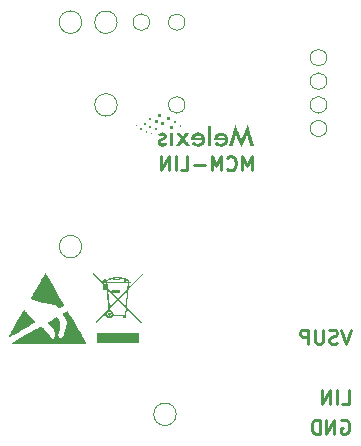
<source format=gbr>
%TF.GenerationSoftware,KiCad,Pcbnew,9.0.4-9.0.4-0~ubuntu24.04.1*%
%TF.CreationDate,2025-09-25T14:53:34+02:00*%
%TF.ProjectId,MCM-LIN,4d434d2d-4c49-44e2-9e6b-696361645f70,rev?*%
%TF.SameCoordinates,Original*%
%TF.FileFunction,Legend,Bot*%
%TF.FilePolarity,Positive*%
%FSLAX46Y46*%
G04 Gerber Fmt 4.6, Leading zero omitted, Abs format (unit mm)*
G04 Created by KiCad (PCBNEW 9.0.4-9.0.4-0~ubuntu24.04.1) date 2025-09-25 14:53:34*
%MOMM*%
%LPD*%
G01*
G04 APERTURE LIST*
%ADD10C,0.250000*%
%ADD11C,0.000000*%
%ADD12C,0.010000*%
%ADD13C,0.120000*%
G04 APERTURE END LIST*
D10*
X89721241Y-75837142D02*
X89321241Y-77037142D01*
X89321241Y-77037142D02*
X88921241Y-75837142D01*
X88578384Y-76980000D02*
X88406956Y-77037142D01*
X88406956Y-77037142D02*
X88121241Y-77037142D01*
X88121241Y-77037142D02*
X88006956Y-76980000D01*
X88006956Y-76980000D02*
X87949813Y-76922857D01*
X87949813Y-76922857D02*
X87892670Y-76808571D01*
X87892670Y-76808571D02*
X87892670Y-76694285D01*
X87892670Y-76694285D02*
X87949813Y-76580000D01*
X87949813Y-76580000D02*
X88006956Y-76522857D01*
X88006956Y-76522857D02*
X88121241Y-76465714D01*
X88121241Y-76465714D02*
X88349813Y-76408571D01*
X88349813Y-76408571D02*
X88464098Y-76351428D01*
X88464098Y-76351428D02*
X88521241Y-76294285D01*
X88521241Y-76294285D02*
X88578384Y-76180000D01*
X88578384Y-76180000D02*
X88578384Y-76065714D01*
X88578384Y-76065714D02*
X88521241Y-75951428D01*
X88521241Y-75951428D02*
X88464098Y-75894285D01*
X88464098Y-75894285D02*
X88349813Y-75837142D01*
X88349813Y-75837142D02*
X88064098Y-75837142D01*
X88064098Y-75837142D02*
X87892670Y-75894285D01*
X87378384Y-75837142D02*
X87378384Y-76808571D01*
X87378384Y-76808571D02*
X87321241Y-76922857D01*
X87321241Y-76922857D02*
X87264099Y-76980000D01*
X87264099Y-76980000D02*
X87149813Y-77037142D01*
X87149813Y-77037142D02*
X86921241Y-77037142D01*
X86921241Y-77037142D02*
X86806956Y-76980000D01*
X86806956Y-76980000D02*
X86749813Y-76922857D01*
X86749813Y-76922857D02*
X86692670Y-76808571D01*
X86692670Y-76808571D02*
X86692670Y-75837142D01*
X86121241Y-77037142D02*
X86121241Y-75837142D01*
X86121241Y-75837142D02*
X85664098Y-75837142D01*
X85664098Y-75837142D02*
X85549813Y-75894285D01*
X85549813Y-75894285D02*
X85492670Y-75951428D01*
X85492670Y-75951428D02*
X85435527Y-76065714D01*
X85435527Y-76065714D02*
X85435527Y-76237142D01*
X85435527Y-76237142D02*
X85492670Y-76351428D01*
X85492670Y-76351428D02*
X85549813Y-76408571D01*
X85549813Y-76408571D02*
X85664098Y-76465714D01*
X85664098Y-76465714D02*
X86121241Y-76465714D01*
X88978384Y-82117142D02*
X89549812Y-82117142D01*
X89549812Y-82117142D02*
X89549812Y-80917142D01*
X88578383Y-82117142D02*
X88578383Y-80917142D01*
X88006954Y-82117142D02*
X88006954Y-80917142D01*
X88006954Y-80917142D02*
X87321240Y-82117142D01*
X87321240Y-82117142D02*
X87321240Y-80917142D01*
X81328571Y-62342142D02*
X81328571Y-61142142D01*
X81328571Y-61142142D02*
X80928571Y-61999285D01*
X80928571Y-61999285D02*
X80528571Y-61142142D01*
X80528571Y-61142142D02*
X80528571Y-62342142D01*
X79271428Y-62227857D02*
X79328571Y-62285000D01*
X79328571Y-62285000D02*
X79499999Y-62342142D01*
X79499999Y-62342142D02*
X79614285Y-62342142D01*
X79614285Y-62342142D02*
X79785714Y-62285000D01*
X79785714Y-62285000D02*
X79899999Y-62170714D01*
X79899999Y-62170714D02*
X79957142Y-62056428D01*
X79957142Y-62056428D02*
X80014285Y-61827857D01*
X80014285Y-61827857D02*
X80014285Y-61656428D01*
X80014285Y-61656428D02*
X79957142Y-61427857D01*
X79957142Y-61427857D02*
X79899999Y-61313571D01*
X79899999Y-61313571D02*
X79785714Y-61199285D01*
X79785714Y-61199285D02*
X79614285Y-61142142D01*
X79614285Y-61142142D02*
X79499999Y-61142142D01*
X79499999Y-61142142D02*
X79328571Y-61199285D01*
X79328571Y-61199285D02*
X79271428Y-61256428D01*
X78757142Y-62342142D02*
X78757142Y-61142142D01*
X78757142Y-61142142D02*
X78357142Y-61999285D01*
X78357142Y-61999285D02*
X77957142Y-61142142D01*
X77957142Y-61142142D02*
X77957142Y-62342142D01*
X77385713Y-61885000D02*
X76471428Y-61885000D01*
X75328571Y-62342142D02*
X75899999Y-62342142D01*
X75899999Y-62342142D02*
X75899999Y-61142142D01*
X74928570Y-62342142D02*
X74928570Y-61142142D01*
X74357141Y-62342142D02*
X74357141Y-61142142D01*
X74357141Y-61142142D02*
X73671427Y-62342142D01*
X73671427Y-62342142D02*
X73671427Y-61142142D01*
X88921241Y-83514285D02*
X89035527Y-83457142D01*
X89035527Y-83457142D02*
X89206955Y-83457142D01*
X89206955Y-83457142D02*
X89378384Y-83514285D01*
X89378384Y-83514285D02*
X89492669Y-83628571D01*
X89492669Y-83628571D02*
X89549812Y-83742857D01*
X89549812Y-83742857D02*
X89606955Y-83971428D01*
X89606955Y-83971428D02*
X89606955Y-84142857D01*
X89606955Y-84142857D02*
X89549812Y-84371428D01*
X89549812Y-84371428D02*
X89492669Y-84485714D01*
X89492669Y-84485714D02*
X89378384Y-84600000D01*
X89378384Y-84600000D02*
X89206955Y-84657142D01*
X89206955Y-84657142D02*
X89092669Y-84657142D01*
X89092669Y-84657142D02*
X88921241Y-84600000D01*
X88921241Y-84600000D02*
X88864098Y-84542857D01*
X88864098Y-84542857D02*
X88864098Y-84142857D01*
X88864098Y-84142857D02*
X89092669Y-84142857D01*
X88349812Y-84657142D02*
X88349812Y-83457142D01*
X88349812Y-83457142D02*
X87664098Y-84657142D01*
X87664098Y-84657142D02*
X87664098Y-83457142D01*
X87092669Y-84657142D02*
X87092669Y-83457142D01*
X87092669Y-83457142D02*
X86806955Y-83457142D01*
X86806955Y-83457142D02*
X86635526Y-83514285D01*
X86635526Y-83514285D02*
X86521241Y-83628571D01*
X86521241Y-83628571D02*
X86464098Y-83742857D01*
X86464098Y-83742857D02*
X86406955Y-83971428D01*
X86406955Y-83971428D02*
X86406955Y-84142857D01*
X86406955Y-84142857D02*
X86464098Y-84371428D01*
X86464098Y-84371428D02*
X86521241Y-84485714D01*
X86521241Y-84485714D02*
X86635526Y-84600000D01*
X86635526Y-84600000D02*
X86806955Y-84657142D01*
X86806955Y-84657142D02*
X87092669Y-84657142D01*
D11*
%TO.C,REF\u002A\u002A*%
G36*
X71766223Y-76992414D02*
G01*
X68270661Y-76992414D01*
X68270661Y-76141218D01*
X71766223Y-76141218D01*
X71766223Y-76992414D01*
G37*
G36*
X69302185Y-74410495D02*
G01*
X69308145Y-74410949D01*
X69314019Y-74411695D01*
X69319799Y-74412727D01*
X69325477Y-74414038D01*
X69331047Y-74415620D01*
X69336500Y-74417465D01*
X69341830Y-74419567D01*
X69347030Y-74421917D01*
X69352090Y-74424510D01*
X69357006Y-74427336D01*
X69361768Y-74430389D01*
X69366370Y-74433661D01*
X69370804Y-74437146D01*
X69375063Y-74440835D01*
X69379139Y-74444722D01*
X69383025Y-74448798D01*
X69386715Y-74453057D01*
X69390199Y-74457491D01*
X69393472Y-74462093D01*
X69396525Y-74466855D01*
X69399351Y-74471770D01*
X69401943Y-74476831D01*
X69404294Y-74482030D01*
X69406395Y-74487360D01*
X69408241Y-74492814D01*
X69409822Y-74498383D01*
X69411133Y-74504062D01*
X69412165Y-74509841D01*
X69412912Y-74515715D01*
X69413365Y-74521676D01*
X69413518Y-74527715D01*
X69413365Y-74533755D01*
X69412912Y-74539715D01*
X69412165Y-74545589D01*
X69411133Y-74551368D01*
X69409822Y-74557046D01*
X69408241Y-74562616D01*
X69406395Y-74568069D01*
X69404294Y-74573399D01*
X69401943Y-74578597D01*
X69399351Y-74583658D01*
X69396525Y-74588572D01*
X69393472Y-74593334D01*
X69390199Y-74597936D01*
X69386715Y-74602369D01*
X69383025Y-74606628D01*
X69379139Y-74610703D01*
X69375063Y-74614589D01*
X69370804Y-74618278D01*
X69366370Y-74621762D01*
X69361768Y-74625034D01*
X69357006Y-74628087D01*
X69352090Y-74630913D01*
X69347030Y-74633504D01*
X69341830Y-74635855D01*
X69336500Y-74637956D01*
X69331047Y-74639801D01*
X69325477Y-74641383D01*
X69319799Y-74642693D01*
X69314019Y-74643725D01*
X69308145Y-74644471D01*
X69302185Y-74644925D01*
X69296145Y-74645077D01*
X69290106Y-74644925D01*
X69284145Y-74644471D01*
X69278271Y-74643725D01*
X69272492Y-74642693D01*
X69266813Y-74641383D01*
X69261244Y-74639801D01*
X69255790Y-74637956D01*
X69250460Y-74635855D01*
X69245261Y-74633504D01*
X69240200Y-74630913D01*
X69235285Y-74628087D01*
X69230523Y-74625034D01*
X69225921Y-74621762D01*
X69221487Y-74618278D01*
X69217228Y-74614589D01*
X69213152Y-74610703D01*
X69209265Y-74606628D01*
X69205576Y-74602369D01*
X69202092Y-74597936D01*
X69198819Y-74593334D01*
X69195766Y-74588573D01*
X69192940Y-74583658D01*
X69190348Y-74578597D01*
X69187997Y-74573399D01*
X69185895Y-74568069D01*
X69184050Y-74562616D01*
X69182468Y-74557046D01*
X69181158Y-74551368D01*
X69180125Y-74545589D01*
X69179379Y-74539715D01*
X69178926Y-74533755D01*
X69178773Y-74527715D01*
X69178926Y-74521675D01*
X69179379Y-74515715D01*
X69180125Y-74509841D01*
X69181158Y-74504061D01*
X69182468Y-74498383D01*
X69184050Y-74492813D01*
X69185895Y-74487360D01*
X69187997Y-74482030D01*
X69190348Y-74476831D01*
X69192940Y-74471770D01*
X69195766Y-74466855D01*
X69198819Y-74462093D01*
X69202092Y-74457491D01*
X69205576Y-74453057D01*
X69209265Y-74448798D01*
X69213152Y-74444721D01*
X69217228Y-74440835D01*
X69221487Y-74437146D01*
X69225921Y-74433661D01*
X69230523Y-74430389D01*
X69235285Y-74427336D01*
X69240200Y-74424509D01*
X69245261Y-74421917D01*
X69250460Y-74419567D01*
X69255790Y-74417465D01*
X69261244Y-74415620D01*
X69266813Y-74414038D01*
X69272492Y-74412727D01*
X69278271Y-74411695D01*
X69284145Y-74410949D01*
X69290106Y-74410495D01*
X69296145Y-74410343D01*
X69302185Y-74410495D01*
G37*
G36*
X70848726Y-71582436D02*
G01*
X70865245Y-71595137D01*
X70881009Y-71608392D01*
X70895984Y-71622214D01*
X70910136Y-71636612D01*
X70923431Y-71651599D01*
X70935835Y-71667187D01*
X70947313Y-71683386D01*
X70957832Y-71700207D01*
X70967357Y-71717663D01*
X70975855Y-71735763D01*
X70977249Y-71739038D01*
X70978559Y-71742222D01*
X70979789Y-71745315D01*
X70980940Y-71748314D01*
X70982014Y-71751215D01*
X70983015Y-71754017D01*
X70983944Y-71756716D01*
X70984800Y-71759300D01*
X70984803Y-71759310D01*
X71112682Y-71759310D01*
X71112682Y-71879960D01*
X70967339Y-71879960D01*
X70966909Y-71884957D01*
X70936503Y-72238432D01*
X72106838Y-71005871D01*
X72106838Y-71143362D01*
X70923302Y-72391838D01*
X70911217Y-72532325D01*
X70789189Y-73950928D01*
X70804652Y-73966662D01*
X72033272Y-75216928D01*
X71962470Y-75286503D01*
X70778079Y-74080073D01*
X70730342Y-74634933D01*
X70730066Y-74637377D01*
X70729659Y-74639809D01*
X70729126Y-74642228D01*
X70728472Y-74644628D01*
X70727699Y-74647007D01*
X70726812Y-74649360D01*
X70725816Y-74651684D01*
X70724713Y-74653975D01*
X70723508Y-74656230D01*
X70722205Y-74658445D01*
X70719320Y-74662739D01*
X70716091Y-74666830D01*
X70712550Y-74670687D01*
X70708728Y-74674280D01*
X70704658Y-74677582D01*
X70700371Y-74680563D01*
X70695899Y-74683192D01*
X70693604Y-74684366D01*
X70691274Y-74685442D01*
X70688915Y-74686415D01*
X70686529Y-74687282D01*
X70684121Y-74688039D01*
X70681695Y-74688684D01*
X70679254Y-74689211D01*
X70676804Y-74689617D01*
X70676804Y-74871608D01*
X70453229Y-74871608D01*
X70453229Y-74690080D01*
X69603451Y-74690080D01*
X69591857Y-74710305D01*
X69578976Y-74729649D01*
X69564864Y-74748054D01*
X69549581Y-74765460D01*
X69533186Y-74781810D01*
X69515736Y-74797045D01*
X69497291Y-74811106D01*
X69477909Y-74823936D01*
X69457648Y-74835475D01*
X69436567Y-74845666D01*
X69414724Y-74854449D01*
X69392179Y-74861766D01*
X69368988Y-74867559D01*
X69345212Y-74871769D01*
X69320908Y-74874338D01*
X69296136Y-74875207D01*
X69278254Y-74874755D01*
X69260607Y-74873413D01*
X69243216Y-74871204D01*
X69226104Y-74868148D01*
X69209292Y-74864268D01*
X69192802Y-74859586D01*
X69176656Y-74854123D01*
X69160876Y-74847901D01*
X69145484Y-74840942D01*
X69130500Y-74833269D01*
X69115948Y-74824902D01*
X69101850Y-74815864D01*
X69088226Y-74806176D01*
X69075098Y-74795860D01*
X69062490Y-74784938D01*
X69050422Y-74773433D01*
X69038916Y-74761365D01*
X69027994Y-74748756D01*
X69017678Y-74735629D01*
X69007990Y-74722005D01*
X68998951Y-74707907D01*
X68990584Y-74693355D01*
X68982910Y-74678371D01*
X68975951Y-74662979D01*
X68969729Y-74647198D01*
X68964266Y-74631052D01*
X68959583Y-74614562D01*
X68955703Y-74597750D01*
X68952647Y-74580637D01*
X68950437Y-74563246D01*
X68949095Y-74545598D01*
X68948643Y-74527715D01*
X69115422Y-74527715D01*
X69115657Y-74537015D01*
X69116355Y-74546193D01*
X69117504Y-74555237D01*
X69119094Y-74564136D01*
X69121112Y-74572880D01*
X69123547Y-74581456D01*
X69126389Y-74589853D01*
X69129625Y-74598060D01*
X69133244Y-74606065D01*
X69137235Y-74613857D01*
X69141587Y-74621425D01*
X69146288Y-74628758D01*
X69151326Y-74635844D01*
X69156691Y-74642671D01*
X69162372Y-74649228D01*
X69168356Y-74655505D01*
X69174632Y-74661489D01*
X69181190Y-74667169D01*
X69188017Y-74672534D01*
X69195103Y-74677573D01*
X69202435Y-74682274D01*
X69210003Y-74686626D01*
X69217796Y-74690617D01*
X69225801Y-74694236D01*
X69234008Y-74697472D01*
X69242405Y-74700313D01*
X69250981Y-74702749D01*
X69259724Y-74704767D01*
X69268624Y-74706356D01*
X69277668Y-74707506D01*
X69286846Y-74708204D01*
X69296146Y-74708439D01*
X69305446Y-74708204D01*
X69314625Y-74707506D01*
X69323670Y-74706356D01*
X69332570Y-74704767D01*
X69341314Y-74702749D01*
X69349890Y-74700313D01*
X69358287Y-74697472D01*
X69366494Y-74694236D01*
X69374500Y-74690617D01*
X69382292Y-74686626D01*
X69389860Y-74682274D01*
X69397193Y-74677573D01*
X69404278Y-74672534D01*
X69411105Y-74667169D01*
X69417663Y-74661489D01*
X69423939Y-74655505D01*
X69429923Y-74649228D01*
X69435603Y-74642671D01*
X69440968Y-74635844D01*
X69446006Y-74628758D01*
X69450707Y-74621425D01*
X69455058Y-74613857D01*
X69459049Y-74606065D01*
X69462668Y-74598060D01*
X69465904Y-74589853D01*
X69468745Y-74581456D01*
X69471180Y-74572880D01*
X69473198Y-74564136D01*
X69474787Y-74555237D01*
X69475936Y-74546193D01*
X69476634Y-74537015D01*
X69476869Y-74527715D01*
X69476634Y-74518415D01*
X69475936Y-74509236D01*
X69474787Y-74500191D01*
X69473198Y-74491291D01*
X69471180Y-74482547D01*
X69468745Y-74473971D01*
X69465904Y-74465574D01*
X69462668Y-74457366D01*
X69459049Y-74449361D01*
X69455058Y-74441568D01*
X69450707Y-74434000D01*
X69446006Y-74426668D01*
X69440968Y-74419582D01*
X69435603Y-74412755D01*
X69429923Y-74406198D01*
X69423939Y-74399922D01*
X69417663Y-74393938D01*
X69411105Y-74388258D01*
X69404278Y-74382893D01*
X69397193Y-74377854D01*
X69389860Y-74373154D01*
X69382292Y-74368802D01*
X69374500Y-74364812D01*
X69366494Y-74361193D01*
X69358287Y-74357957D01*
X69349890Y-74355116D01*
X69341313Y-74352681D01*
X69332570Y-74350663D01*
X69323669Y-74349074D01*
X69314625Y-74347924D01*
X69305446Y-74347226D01*
X69296146Y-74346991D01*
X69286846Y-74347226D01*
X69277668Y-74347924D01*
X69268624Y-74349074D01*
X69259724Y-74350663D01*
X69250981Y-74352681D01*
X69242405Y-74355116D01*
X69234008Y-74357957D01*
X69225801Y-74361193D01*
X69217796Y-74364812D01*
X69210003Y-74368802D01*
X69202435Y-74373154D01*
X69195103Y-74377854D01*
X69188017Y-74382893D01*
X69181190Y-74388258D01*
X69174632Y-74393938D01*
X69168356Y-74399922D01*
X69162372Y-74406198D01*
X69156691Y-74412755D01*
X69151326Y-74419582D01*
X69146288Y-74426668D01*
X69141587Y-74434000D01*
X69137235Y-74441568D01*
X69133244Y-74449361D01*
X69129625Y-74457366D01*
X69126389Y-74465574D01*
X69123547Y-74473971D01*
X69121112Y-74482547D01*
X69119094Y-74491291D01*
X69117504Y-74500191D01*
X69116355Y-74509236D01*
X69115657Y-74518415D01*
X69115422Y-74527715D01*
X68948643Y-74527715D01*
X68948720Y-74520329D01*
X68948950Y-74512981D01*
X68949331Y-74505672D01*
X68949862Y-74498405D01*
X68950541Y-74491180D01*
X68951366Y-74483998D01*
X68952336Y-74476862D01*
X68953449Y-74469773D01*
X68191132Y-75273925D01*
X68119125Y-75205587D01*
X69191882Y-74075790D01*
X69326941Y-74075790D01*
X69336895Y-74182576D01*
X69352971Y-74184835D01*
X69368804Y-74187818D01*
X69384374Y-74191509D01*
X69399666Y-74195890D01*
X69414661Y-74200943D01*
X69429342Y-74206651D01*
X69443691Y-74212996D01*
X69457692Y-74219961D01*
X69471326Y-74227529D01*
X69484576Y-74235682D01*
X69497426Y-74244402D01*
X69509856Y-74253673D01*
X69521850Y-74263476D01*
X69533391Y-74273794D01*
X69544461Y-74284610D01*
X69555042Y-74295906D01*
X69565117Y-74307665D01*
X69574668Y-74319870D01*
X69583679Y-74332502D01*
X69592131Y-74345545D01*
X69600007Y-74358980D01*
X69607290Y-74372792D01*
X69613962Y-74386961D01*
X69620006Y-74401471D01*
X69625405Y-74416304D01*
X69630140Y-74431442D01*
X69634194Y-74446869D01*
X69637551Y-74462567D01*
X69640192Y-74478517D01*
X69642100Y-74494704D01*
X69643258Y-74511109D01*
X69643648Y-74527715D01*
X69643608Y-74533000D01*
X69643490Y-74538265D01*
X69643294Y-74543512D01*
X69643022Y-74548740D01*
X69642673Y-74553946D01*
X69642248Y-74559133D01*
X69641748Y-74564297D01*
X69641174Y-74569440D01*
X70614900Y-74569440D01*
X70666750Y-73966662D01*
X70037761Y-73325971D01*
X69326941Y-74075790D01*
X69191882Y-74075790D01*
X69204522Y-74062478D01*
X69057791Y-72488117D01*
X69178984Y-72488117D01*
X69314876Y-73946273D01*
X69969694Y-73256637D01*
X69967947Y-73254857D01*
X70105174Y-73254857D01*
X70106923Y-73256637D01*
X70677839Y-73837617D01*
X70790124Y-72532325D01*
X70105174Y-73254857D01*
X69967947Y-73254857D01*
X69192387Y-72464852D01*
X69192387Y-72488117D01*
X69178984Y-72488117D01*
X69057791Y-72488117D01*
X68783001Y-72488117D01*
X68783001Y-72175935D01*
X68888589Y-72175935D01*
X68888589Y-72379632D01*
X69047697Y-72379632D01*
X69041293Y-72310962D01*
X68908728Y-72175935D01*
X68888589Y-72175935D01*
X68783001Y-72175935D01*
X68783001Y-72067430D01*
X68802215Y-72067430D01*
X67879192Y-71127235D01*
X67879192Y-70989674D01*
X68938298Y-72067440D01*
X69018590Y-72067440D01*
X69001575Y-71884957D01*
X69122782Y-71884957D01*
X69139783Y-72067451D01*
X69192387Y-72067451D01*
X69192387Y-72325993D01*
X69245098Y-72379632D01*
X69483897Y-72622632D01*
X69483897Y-72483130D01*
X70222888Y-72483130D01*
X70222888Y-72724430D01*
X69583926Y-72724430D01*
X70037138Y-73185615D01*
X70803346Y-72378667D01*
X70845814Y-71884957D01*
X69122782Y-71884957D01*
X69001575Y-71884957D01*
X69001247Y-71881438D01*
X68997628Y-71882911D01*
X68993966Y-71884298D01*
X68990261Y-71885598D01*
X68986516Y-71886809D01*
X68982732Y-71887930D01*
X68978909Y-71888961D01*
X68975050Y-71889899D01*
X68971155Y-71890743D01*
X68967225Y-71891493D01*
X68963262Y-71892147D01*
X68959268Y-71892704D01*
X68955242Y-71893162D01*
X68951188Y-71893521D01*
X68947105Y-71893778D01*
X68942996Y-71893934D01*
X68938861Y-71893986D01*
X68930582Y-71893777D01*
X68922412Y-71893155D01*
X68914361Y-71892132D01*
X68906439Y-71890717D01*
X68898656Y-71888921D01*
X68891022Y-71886753D01*
X68883548Y-71884224D01*
X68876242Y-71881343D01*
X68869116Y-71878122D01*
X68862180Y-71874569D01*
X68855443Y-71870695D01*
X68848917Y-71866511D01*
X68842610Y-71862026D01*
X68836533Y-71857250D01*
X68830696Y-71852194D01*
X68825109Y-71846867D01*
X68819783Y-71841280D01*
X68814727Y-71835443D01*
X68809951Y-71829366D01*
X68805466Y-71823059D01*
X68801282Y-71816532D01*
X68797409Y-71809795D01*
X68793856Y-71802859D01*
X68790635Y-71795733D01*
X68787755Y-71788428D01*
X68785226Y-71780954D01*
X68783058Y-71773320D01*
X68781262Y-71765538D01*
X68780150Y-71759310D01*
X69127517Y-71759310D01*
X70529510Y-71759310D01*
X70529510Y-71649519D01*
X70735681Y-71649519D01*
X70735681Y-71759300D01*
X70855808Y-71759300D01*
X70851207Y-71751129D01*
X70846171Y-71743141D01*
X70840711Y-71735336D01*
X70834837Y-71727711D01*
X70828559Y-71720265D01*
X70821886Y-71712994D01*
X70814829Y-71705897D01*
X70807399Y-71698973D01*
X70799604Y-71692218D01*
X70791454Y-71685631D01*
X70782961Y-71679210D01*
X70774133Y-71672953D01*
X70764981Y-71666857D01*
X70755515Y-71660921D01*
X70745745Y-71655142D01*
X70735681Y-71649519D01*
X70529510Y-71649519D01*
X70529510Y-71575802D01*
X70489436Y-71566870D01*
X70448644Y-71558900D01*
X70407385Y-71551842D01*
X70365905Y-71545644D01*
X70324455Y-71540258D01*
X70283281Y-71535631D01*
X70242633Y-71531714D01*
X70202760Y-71528457D01*
X70202760Y-71533102D01*
X70202760Y-71653752D01*
X69609574Y-71653752D01*
X69609574Y-71541146D01*
X69569652Y-71546710D01*
X69529936Y-71553107D01*
X69490668Y-71560387D01*
X69452084Y-71568604D01*
X69414417Y-71577809D01*
X69377902Y-71588055D01*
X69342771Y-71599394D01*
X69309259Y-71611880D01*
X69277600Y-71625564D01*
X69248027Y-71640498D01*
X69234097Y-71648451D01*
X69220776Y-71656736D01*
X69208094Y-71665360D01*
X69196079Y-71674330D01*
X69184762Y-71683652D01*
X69174171Y-71693332D01*
X69164335Y-71703377D01*
X69155285Y-71713794D01*
X69147049Y-71724589D01*
X69139656Y-71735769D01*
X69133136Y-71747341D01*
X69127517Y-71759310D01*
X68780150Y-71759310D01*
X68779847Y-71757616D01*
X68778824Y-71749566D01*
X68778203Y-71741397D01*
X68777994Y-71733119D01*
X68778203Y-71724841D01*
X68778824Y-71716671D01*
X68779847Y-71708620D01*
X68781262Y-71700698D01*
X68783058Y-71692915D01*
X68785226Y-71685281D01*
X68787755Y-71677806D01*
X68790635Y-71670501D01*
X68793856Y-71663375D01*
X68797409Y-71656439D01*
X68801282Y-71649702D01*
X68805466Y-71643175D01*
X68809951Y-71636868D01*
X68814727Y-71630791D01*
X68819783Y-71624954D01*
X68825109Y-71619368D01*
X68830696Y-71614041D01*
X68836533Y-71608985D01*
X68842610Y-71604210D01*
X68848917Y-71599725D01*
X68855443Y-71595541D01*
X68862180Y-71591667D01*
X68869116Y-71588115D01*
X68876242Y-71584894D01*
X68883548Y-71582013D01*
X68891022Y-71579484D01*
X68898656Y-71577317D01*
X68906439Y-71575521D01*
X68914361Y-71574106D01*
X68922412Y-71573083D01*
X68930582Y-71572462D01*
X68938861Y-71572253D01*
X68948425Y-71572532D01*
X68957843Y-71573361D01*
X68967097Y-71574723D01*
X68976172Y-71576602D01*
X68985054Y-71578984D01*
X68993725Y-71581852D01*
X69002170Y-71585190D01*
X69010375Y-71588984D01*
X69018322Y-71593217D01*
X69025997Y-71597874D01*
X69033383Y-71602938D01*
X69040465Y-71608395D01*
X69047228Y-71614229D01*
X69053656Y-71620424D01*
X69059733Y-71626964D01*
X69065443Y-71633834D01*
X69087393Y-71610411D01*
X69111740Y-71588561D01*
X69138315Y-71568232D01*
X69166949Y-71549371D01*
X69197473Y-71531926D01*
X69229717Y-71515842D01*
X69263512Y-71501068D01*
X69298690Y-71487550D01*
X69327552Y-71477784D01*
X69730244Y-71477784D01*
X69730244Y-71533102D01*
X70082130Y-71533102D01*
X70082130Y-71477784D01*
X69730244Y-71477784D01*
X69327552Y-71477784D01*
X69335082Y-71475236D01*
X69372517Y-71464072D01*
X69410827Y-71454006D01*
X69449843Y-71444986D01*
X69489396Y-71436957D01*
X69529317Y-71429867D01*
X69609574Y-71418295D01*
X69609574Y-71357144D01*
X70202760Y-71357144D01*
X70202760Y-71404921D01*
X70242765Y-71407796D01*
X70283336Y-71411345D01*
X70324310Y-71415622D01*
X70365524Y-71420682D01*
X70406815Y-71426580D01*
X70448018Y-71433370D01*
X70488971Y-71441106D01*
X70529510Y-71449843D01*
X70529510Y-71437507D01*
X70735671Y-71437507D01*
X70735671Y-71517246D01*
X70756003Y-71526857D01*
X70775784Y-71536954D01*
X70794981Y-71547549D01*
X70813560Y-71558654D01*
X70831486Y-71570279D01*
X70839317Y-71575802D01*
X70848726Y-71582436D01*
G37*
D12*
X62082836Y-74242363D02*
X62097023Y-74256032D01*
X62138392Y-74297719D01*
X62193107Y-74354472D01*
X62258510Y-74423397D01*
X62331943Y-74501599D01*
X62410746Y-74586182D01*
X62492260Y-74674253D01*
X62573827Y-74762916D01*
X62652788Y-74849276D01*
X62726483Y-74930439D01*
X62792254Y-75003510D01*
X62847441Y-75065594D01*
X62889386Y-75113795D01*
X62915431Y-75145220D01*
X62922915Y-75156974D01*
X62920346Y-75158272D01*
X62895785Y-75171978D01*
X62847204Y-75199613D01*
X62776652Y-75239998D01*
X62686173Y-75291955D01*
X62577815Y-75354305D01*
X62453624Y-75425871D01*
X62315645Y-75505475D01*
X62165926Y-75591938D01*
X62006513Y-75684083D01*
X61839451Y-75780732D01*
X61777008Y-75816867D01*
X61612883Y-75911806D01*
X61457358Y-76001714D01*
X61312454Y-76085424D01*
X61180195Y-76161771D01*
X61062604Y-76229589D01*
X60961702Y-76287711D01*
X60879513Y-76334971D01*
X60818059Y-76370203D01*
X60779364Y-76392242D01*
X60765449Y-76399920D01*
X60766075Y-76395831D01*
X60777493Y-76372330D01*
X60798493Y-76334786D01*
X60811376Y-76312564D01*
X60838772Y-76265173D01*
X60879087Y-76195377D01*
X60931009Y-76105444D01*
X60993231Y-75997642D01*
X61064443Y-75874240D01*
X61143335Y-75737506D01*
X61228598Y-75589709D01*
X61318924Y-75433117D01*
X61413002Y-75270000D01*
X61505121Y-75110323D01*
X61594680Y-74955187D01*
X61678893Y-74809412D01*
X61756497Y-74675183D01*
X61826225Y-74554685D01*
X61886814Y-74450102D01*
X61936998Y-74363619D01*
X61975512Y-74297421D01*
X62001092Y-74253693D01*
X62012472Y-74234619D01*
X62035820Y-74198201D01*
X62082836Y-74242363D01*
G36*
X62082836Y-74242363D02*
G01*
X62097023Y-74256032D01*
X62138392Y-74297719D01*
X62193107Y-74354472D01*
X62258510Y-74423397D01*
X62331943Y-74501599D01*
X62410746Y-74586182D01*
X62492260Y-74674253D01*
X62573827Y-74762916D01*
X62652788Y-74849276D01*
X62726483Y-74930439D01*
X62792254Y-75003510D01*
X62847441Y-75065594D01*
X62889386Y-75113795D01*
X62915431Y-75145220D01*
X62922915Y-75156974D01*
X62920346Y-75158272D01*
X62895785Y-75171978D01*
X62847204Y-75199613D01*
X62776652Y-75239998D01*
X62686173Y-75291955D01*
X62577815Y-75354305D01*
X62453624Y-75425871D01*
X62315645Y-75505475D01*
X62165926Y-75591938D01*
X62006513Y-75684083D01*
X61839451Y-75780732D01*
X61777008Y-75816867D01*
X61612883Y-75911806D01*
X61457358Y-76001714D01*
X61312454Y-76085424D01*
X61180195Y-76161771D01*
X61062604Y-76229589D01*
X60961702Y-76287711D01*
X60879513Y-76334971D01*
X60818059Y-76370203D01*
X60779364Y-76392242D01*
X60765449Y-76399920D01*
X60766075Y-76395831D01*
X60777493Y-76372330D01*
X60798493Y-76334786D01*
X60811376Y-76312564D01*
X60838772Y-76265173D01*
X60879087Y-76195377D01*
X60931009Y-76105444D01*
X60993231Y-75997642D01*
X61064443Y-75874240D01*
X61143335Y-75737506D01*
X61228598Y-75589709D01*
X61318924Y-75433117D01*
X61413002Y-75270000D01*
X61505121Y-75110323D01*
X61594680Y-74955187D01*
X61678893Y-74809412D01*
X61756497Y-74675183D01*
X61826225Y-74554685D01*
X61886814Y-74450102D01*
X61936998Y-74363619D01*
X61975512Y-74297421D01*
X62001092Y-74253693D01*
X62012472Y-74234619D01*
X62035820Y-74198201D01*
X62082836Y-74242363D01*
G37*
X63845560Y-71073175D02*
X63857093Y-71090511D01*
X63882500Y-71132162D01*
X63920507Y-71195911D01*
X63969837Y-71279545D01*
X64029213Y-71380849D01*
X64097359Y-71497609D01*
X64173000Y-71627608D01*
X64254859Y-71768633D01*
X64341660Y-71918468D01*
X64432126Y-72074900D01*
X64524982Y-72235713D01*
X64618951Y-72398693D01*
X64712757Y-72561624D01*
X64805124Y-72722292D01*
X64894776Y-72878482D01*
X64980436Y-73027980D01*
X65060828Y-73168571D01*
X65134677Y-73298040D01*
X65200705Y-73414172D01*
X65257637Y-73514752D01*
X65304197Y-73597567D01*
X65339108Y-73660400D01*
X65361094Y-73701037D01*
X65368879Y-73717264D01*
X65368887Y-73717388D01*
X65356333Y-73734416D01*
X65320258Y-73763279D01*
X65264417Y-73801247D01*
X65192561Y-73845587D01*
X65144373Y-73873952D01*
X65075032Y-73913396D01*
X65026734Y-73938254D01*
X64996242Y-73949924D01*
X64980320Y-73949806D01*
X64975732Y-73939297D01*
X64975382Y-73937583D01*
X64962268Y-73916682D01*
X64934000Y-73881139D01*
X64895786Y-73837583D01*
X64878155Y-73818875D01*
X64823482Y-73768512D01*
X64763022Y-73725465D01*
X64693182Y-73688473D01*
X64610370Y-73656273D01*
X64510992Y-73627602D01*
X64391455Y-73601198D01*
X64248166Y-73575800D01*
X64077531Y-73550145D01*
X63881134Y-73521227D01*
X63691274Y-73490173D01*
X63525260Y-73459044D01*
X63379382Y-73426942D01*
X63249927Y-73392969D01*
X63133183Y-73356226D01*
X63025440Y-73315817D01*
X62922985Y-73270843D01*
X62847688Y-73233754D01*
X62775765Y-73194725D01*
X62718886Y-73159882D01*
X62681499Y-73131965D01*
X62668049Y-73113714D01*
X62668446Y-73112370D01*
X62679280Y-73090862D01*
X62703845Y-73045822D01*
X62740685Y-72979772D01*
X62788347Y-72895233D01*
X62845376Y-72794727D01*
X62910318Y-72680776D01*
X62981719Y-72555901D01*
X63058124Y-72422624D01*
X63138079Y-72283467D01*
X63220130Y-72140951D01*
X63302822Y-71997598D01*
X63384701Y-71855930D01*
X63464313Y-71718468D01*
X63540204Y-71587734D01*
X63610919Y-71466250D01*
X63675004Y-71356538D01*
X63731004Y-71261118D01*
X63777466Y-71182514D01*
X63812935Y-71123245D01*
X63835957Y-71085835D01*
X63845077Y-71072805D01*
X63845560Y-71073175D01*
G36*
X63845560Y-71073175D02*
G01*
X63857093Y-71090511D01*
X63882500Y-71132162D01*
X63920507Y-71195911D01*
X63969837Y-71279545D01*
X64029213Y-71380849D01*
X64097359Y-71497609D01*
X64173000Y-71627608D01*
X64254859Y-71768633D01*
X64341660Y-71918468D01*
X64432126Y-72074900D01*
X64524982Y-72235713D01*
X64618951Y-72398693D01*
X64712757Y-72561624D01*
X64805124Y-72722292D01*
X64894776Y-72878482D01*
X64980436Y-73027980D01*
X65060828Y-73168571D01*
X65134677Y-73298040D01*
X65200705Y-73414172D01*
X65257637Y-73514752D01*
X65304197Y-73597567D01*
X65339108Y-73660400D01*
X65361094Y-73701037D01*
X65368879Y-73717264D01*
X65368887Y-73717388D01*
X65356333Y-73734416D01*
X65320258Y-73763279D01*
X65264417Y-73801247D01*
X65192561Y-73845587D01*
X65144373Y-73873952D01*
X65075032Y-73913396D01*
X65026734Y-73938254D01*
X64996242Y-73949924D01*
X64980320Y-73949806D01*
X64975732Y-73939297D01*
X64975382Y-73937583D01*
X64962268Y-73916682D01*
X64934000Y-73881139D01*
X64895786Y-73837583D01*
X64878155Y-73818875D01*
X64823482Y-73768512D01*
X64763022Y-73725465D01*
X64693182Y-73688473D01*
X64610370Y-73656273D01*
X64510992Y-73627602D01*
X64391455Y-73601198D01*
X64248166Y-73575800D01*
X64077531Y-73550145D01*
X63881134Y-73521227D01*
X63691274Y-73490173D01*
X63525260Y-73459044D01*
X63379382Y-73426942D01*
X63249927Y-73392969D01*
X63133183Y-73356226D01*
X63025440Y-73315817D01*
X62922985Y-73270843D01*
X62847688Y-73233754D01*
X62775765Y-73194725D01*
X62718886Y-73159882D01*
X62681499Y-73131965D01*
X62668049Y-73113714D01*
X62668446Y-73112370D01*
X62679280Y-73090862D01*
X62703845Y-73045822D01*
X62740685Y-72979772D01*
X62788347Y-72895233D01*
X62845376Y-72794727D01*
X62910318Y-72680776D01*
X62981719Y-72555901D01*
X63058124Y-72422624D01*
X63138079Y-72283467D01*
X63220130Y-72140951D01*
X63302822Y-71997598D01*
X63384701Y-71855930D01*
X63464313Y-71718468D01*
X63540204Y-71587734D01*
X63610919Y-71466250D01*
X63675004Y-71356538D01*
X63731004Y-71261118D01*
X63777466Y-71182514D01*
X63812935Y-71123245D01*
X63835957Y-71085835D01*
X63845077Y-71072805D01*
X63845560Y-71073175D01*
G37*
X65710047Y-74296040D02*
X65715802Y-74304625D01*
X65736365Y-74338346D01*
X65770179Y-74395200D01*
X65815950Y-74472968D01*
X65872383Y-74569432D01*
X65938184Y-74682371D01*
X66012058Y-74809568D01*
X66092711Y-74948803D01*
X66178848Y-75097857D01*
X66269175Y-75254512D01*
X66293947Y-75297521D01*
X66391900Y-75467575D01*
X66490509Y-75638754D01*
X66587760Y-75807562D01*
X66681638Y-75970503D01*
X66770131Y-76124082D01*
X66851222Y-76264801D01*
X66922898Y-76389166D01*
X66983144Y-76493680D01*
X67029947Y-76574847D01*
X67251030Y-76958171D01*
X64151076Y-76958171D01*
X64022921Y-76958159D01*
X63717500Y-76958042D01*
X63421432Y-76957802D01*
X63136159Y-76957444D01*
X62863123Y-76956976D01*
X62603765Y-76956403D01*
X62359527Y-76955732D01*
X62131849Y-76954968D01*
X61922174Y-76954119D01*
X61731943Y-76953189D01*
X61562597Y-76952186D01*
X61415578Y-76951115D01*
X61292327Y-76949983D01*
X61194286Y-76948796D01*
X61122896Y-76947559D01*
X61079598Y-76946280D01*
X61065835Y-76944963D01*
X61076054Y-76938304D01*
X61111311Y-76917083D01*
X61169221Y-76882920D01*
X61247430Y-76837171D01*
X61343583Y-76781190D01*
X61455323Y-76716333D01*
X61580296Y-76643954D01*
X61716146Y-76565409D01*
X61860518Y-76482054D01*
X62011056Y-76395243D01*
X62165405Y-76306332D01*
X62321210Y-76216676D01*
X62476116Y-76127629D01*
X62627766Y-76040548D01*
X62773806Y-75956788D01*
X62911881Y-75877703D01*
X63039634Y-75804649D01*
X63154711Y-75738981D01*
X63254756Y-75682054D01*
X63337414Y-75635224D01*
X63400329Y-75599846D01*
X63441147Y-75577274D01*
X63457511Y-75568864D01*
X63468189Y-75570949D01*
X63500358Y-75589908D01*
X63546221Y-75625032D01*
X63600740Y-75672669D01*
X63649845Y-75720356D01*
X63712389Y-75785316D01*
X63782368Y-75861155D01*
X63856196Y-75943698D01*
X63930285Y-76028768D01*
X64001048Y-76112190D01*
X64064898Y-76189789D01*
X64118247Y-76257389D01*
X64157509Y-76310814D01*
X64179095Y-76345889D01*
X64193506Y-76371505D01*
X64232643Y-76424516D01*
X64282958Y-76480912D01*
X64337276Y-76533462D01*
X64388424Y-76574930D01*
X64429227Y-76598086D01*
X64474292Y-76603438D01*
X64534426Y-76588645D01*
X64591579Y-76554726D01*
X64635933Y-76506053D01*
X64643613Y-76493425D01*
X64653392Y-76472743D01*
X64659765Y-76447854D01*
X64663142Y-76413409D01*
X64663931Y-76364062D01*
X64662541Y-76294464D01*
X64659381Y-76199268D01*
X64657116Y-76144202D01*
X64652304Y-76057117D01*
X64646625Y-75980899D01*
X64640608Y-75922249D01*
X64634783Y-75887866D01*
X64620679Y-75848588D01*
X64578866Y-75771240D01*
X64513895Y-75679591D01*
X64424970Y-75572567D01*
X64311300Y-75449090D01*
X64261972Y-75397066D01*
X64204938Y-75335696D01*
X64157864Y-75283665D01*
X64124624Y-75245266D01*
X64109089Y-75224796D01*
X64107492Y-75221546D01*
X64105577Y-75207553D01*
X64115145Y-75192039D01*
X64140115Y-75171659D01*
X64184406Y-75143071D01*
X64251938Y-75102932D01*
X64309347Y-75069422D01*
X64414992Y-75008123D01*
X64498171Y-74960509D01*
X64561678Y-74925033D01*
X64608306Y-74900149D01*
X64640850Y-74884313D01*
X64662104Y-74875977D01*
X64684097Y-74866728D01*
X64696951Y-74854307D01*
X64698154Y-74851378D01*
X64716961Y-74835084D01*
X64751335Y-74814098D01*
X64805719Y-74784810D01*
X64845874Y-74822192D01*
X64860057Y-74837336D01*
X64893055Y-74878493D01*
X64933346Y-74933445D01*
X64975182Y-74994531D01*
X65064336Y-75129489D01*
X65060837Y-75479362D01*
X65057339Y-75829235D01*
X65006393Y-75878733D01*
X64989274Y-75896379D01*
X64934376Y-75975660D01*
X64902330Y-76069935D01*
X64891412Y-76183780D01*
X64894123Y-76244779D01*
X64913261Y-76352378D01*
X64948141Y-76450583D01*
X64995742Y-76529382D01*
X65028795Y-76558114D01*
X65087549Y-76579937D01*
X65154061Y-76582454D01*
X65219816Y-76566828D01*
X65276301Y-76534220D01*
X65315003Y-76485793D01*
X65316270Y-76483168D01*
X65339663Y-76435225D01*
X65364439Y-76385122D01*
X65385472Y-76338087D01*
X65415644Y-76258810D01*
X65448932Y-76161072D01*
X65484179Y-76049228D01*
X65520229Y-75927634D01*
X65555925Y-75800645D01*
X65590110Y-75672616D01*
X65621627Y-75547902D01*
X65649320Y-75430859D01*
X65672032Y-75325843D01*
X65688606Y-75237209D01*
X65697885Y-75169312D01*
X65698714Y-75126507D01*
X65696847Y-75116782D01*
X65678658Y-75067556D01*
X65644907Y-75001699D01*
X65598555Y-74925165D01*
X65580764Y-74897585D01*
X65509282Y-74785122D01*
X65448520Y-74686772D01*
X65399817Y-74604832D01*
X65364514Y-74541605D01*
X65343952Y-74499390D01*
X65339469Y-74480487D01*
X65339988Y-74479820D01*
X65358545Y-74466205D01*
X65398202Y-74441319D01*
X65453526Y-74408476D01*
X65519084Y-74370988D01*
X65524626Y-74367876D01*
X65595807Y-74328712D01*
X65645381Y-74303736D01*
X65677906Y-74291158D01*
X65697942Y-74289189D01*
X65710047Y-74296040D01*
G36*
X65710047Y-74296040D02*
G01*
X65715802Y-74304625D01*
X65736365Y-74338346D01*
X65770179Y-74395200D01*
X65815950Y-74472968D01*
X65872383Y-74569432D01*
X65938184Y-74682371D01*
X66012058Y-74809568D01*
X66092711Y-74948803D01*
X66178848Y-75097857D01*
X66269175Y-75254512D01*
X66293947Y-75297521D01*
X66391900Y-75467575D01*
X66490509Y-75638754D01*
X66587760Y-75807562D01*
X66681638Y-75970503D01*
X66770131Y-76124082D01*
X66851222Y-76264801D01*
X66922898Y-76389166D01*
X66983144Y-76493680D01*
X67029947Y-76574847D01*
X67251030Y-76958171D01*
X64151076Y-76958171D01*
X64022921Y-76958159D01*
X63717500Y-76958042D01*
X63421432Y-76957802D01*
X63136159Y-76957444D01*
X62863123Y-76956976D01*
X62603765Y-76956403D01*
X62359527Y-76955732D01*
X62131849Y-76954968D01*
X61922174Y-76954119D01*
X61731943Y-76953189D01*
X61562597Y-76952186D01*
X61415578Y-76951115D01*
X61292327Y-76949983D01*
X61194286Y-76948796D01*
X61122896Y-76947559D01*
X61079598Y-76946280D01*
X61065835Y-76944963D01*
X61076054Y-76938304D01*
X61111311Y-76917083D01*
X61169221Y-76882920D01*
X61247430Y-76837171D01*
X61343583Y-76781190D01*
X61455323Y-76716333D01*
X61580296Y-76643954D01*
X61716146Y-76565409D01*
X61860518Y-76482054D01*
X62011056Y-76395243D01*
X62165405Y-76306332D01*
X62321210Y-76216676D01*
X62476116Y-76127629D01*
X62627766Y-76040548D01*
X62773806Y-75956788D01*
X62911881Y-75877703D01*
X63039634Y-75804649D01*
X63154711Y-75738981D01*
X63254756Y-75682054D01*
X63337414Y-75635224D01*
X63400329Y-75599846D01*
X63441147Y-75577274D01*
X63457511Y-75568864D01*
X63468189Y-75570949D01*
X63500358Y-75589908D01*
X63546221Y-75625032D01*
X63600740Y-75672669D01*
X63649845Y-75720356D01*
X63712389Y-75785316D01*
X63782368Y-75861155D01*
X63856196Y-75943698D01*
X63930285Y-76028768D01*
X64001048Y-76112190D01*
X64064898Y-76189789D01*
X64118247Y-76257389D01*
X64157509Y-76310814D01*
X64179095Y-76345889D01*
X64193506Y-76371505D01*
X64232643Y-76424516D01*
X64282958Y-76480912D01*
X64337276Y-76533462D01*
X64388424Y-76574930D01*
X64429227Y-76598086D01*
X64474292Y-76603438D01*
X64534426Y-76588645D01*
X64591579Y-76554726D01*
X64635933Y-76506053D01*
X64643613Y-76493425D01*
X64653392Y-76472743D01*
X64659765Y-76447854D01*
X64663142Y-76413409D01*
X64663931Y-76364062D01*
X64662541Y-76294464D01*
X64659381Y-76199268D01*
X64657116Y-76144202D01*
X64652304Y-76057117D01*
X64646625Y-75980899D01*
X64640608Y-75922249D01*
X64634783Y-75887866D01*
X64620679Y-75848588D01*
X64578866Y-75771240D01*
X64513895Y-75679591D01*
X64424970Y-75572567D01*
X64311300Y-75449090D01*
X64261972Y-75397066D01*
X64204938Y-75335696D01*
X64157864Y-75283665D01*
X64124624Y-75245266D01*
X64109089Y-75224796D01*
X64107492Y-75221546D01*
X64105577Y-75207553D01*
X64115145Y-75192039D01*
X64140115Y-75171659D01*
X64184406Y-75143071D01*
X64251938Y-75102932D01*
X64309347Y-75069422D01*
X64414992Y-75008123D01*
X64498171Y-74960509D01*
X64561678Y-74925033D01*
X64608306Y-74900149D01*
X64640850Y-74884313D01*
X64662104Y-74875977D01*
X64684097Y-74866728D01*
X64696951Y-74854307D01*
X64698154Y-74851378D01*
X64716961Y-74835084D01*
X64751335Y-74814098D01*
X64805719Y-74784810D01*
X64845874Y-74822192D01*
X64860057Y-74837336D01*
X64893055Y-74878493D01*
X64933346Y-74933445D01*
X64975182Y-74994531D01*
X65064336Y-75129489D01*
X65060837Y-75479362D01*
X65057339Y-75829235D01*
X65006393Y-75878733D01*
X64989274Y-75896379D01*
X64934376Y-75975660D01*
X64902330Y-76069935D01*
X64891412Y-76183780D01*
X64894123Y-76244779D01*
X64913261Y-76352378D01*
X64948141Y-76450583D01*
X64995742Y-76529382D01*
X65028795Y-76558114D01*
X65087549Y-76579937D01*
X65154061Y-76582454D01*
X65219816Y-76566828D01*
X65276301Y-76534220D01*
X65315003Y-76485793D01*
X65316270Y-76483168D01*
X65339663Y-76435225D01*
X65364439Y-76385122D01*
X65385472Y-76338087D01*
X65415644Y-76258810D01*
X65448932Y-76161072D01*
X65484179Y-76049228D01*
X65520229Y-75927634D01*
X65555925Y-75800645D01*
X65590110Y-75672616D01*
X65621627Y-75547902D01*
X65649320Y-75430859D01*
X65672032Y-75325843D01*
X65688606Y-75237209D01*
X65697885Y-75169312D01*
X65698714Y-75126507D01*
X65696847Y-75116782D01*
X65678658Y-75067556D01*
X65644907Y-75001699D01*
X65598555Y-74925165D01*
X65580764Y-74897585D01*
X65509282Y-74785122D01*
X65448520Y-74686772D01*
X65399817Y-74604832D01*
X65364514Y-74541605D01*
X65343952Y-74499390D01*
X65339469Y-74480487D01*
X65339988Y-74479820D01*
X65358545Y-74466205D01*
X65398202Y-74441319D01*
X65453526Y-74408476D01*
X65519084Y-74370988D01*
X65524626Y-74367876D01*
X65595807Y-74328712D01*
X65645381Y-74303736D01*
X65677906Y-74291158D01*
X65697942Y-74289189D01*
X65710047Y-74296040D01*
G37*
D13*
%TO.C,TP11*%
X72700000Y-49800000D02*
G75*
G02*
X71300000Y-49800000I-700000J0D01*
G01*
X71300000Y-49800000D02*
G75*
G02*
X72700000Y-49800000I700000J0D01*
G01*
%TO.C,TP9*%
X75700000Y-49800000D02*
G75*
G02*
X74300000Y-49800000I-700000J0D01*
G01*
X74300000Y-49800000D02*
G75*
G02*
X75700000Y-49800000I700000J0D01*
G01*
%TO.C,TP6*%
X87700000Y-58800000D02*
G75*
G02*
X86300000Y-58800000I-700000J0D01*
G01*
X86300000Y-58800000D02*
G75*
G02*
X87700000Y-58800000I700000J0D01*
G01*
%TO.C,TP8*%
X66950000Y-68800000D02*
G75*
G02*
X65050000Y-68800000I-950000J0D01*
G01*
X65050000Y-68800000D02*
G75*
G02*
X66950000Y-68800000I950000J0D01*
G01*
%TO.C,TP2*%
X69950000Y-49800000D02*
G75*
G02*
X68050000Y-49800000I-950000J0D01*
G01*
X68050000Y-49800000D02*
G75*
G02*
X69950000Y-49800000I950000J0D01*
G01*
%TO.C,TP10*%
X74950000Y-83000000D02*
G75*
G02*
X73050000Y-83000000I-950000J0D01*
G01*
X73050000Y-83000000D02*
G75*
G02*
X74950000Y-83000000I950000J0D01*
G01*
%TO.C,TP7*%
X69950000Y-56800000D02*
G75*
G02*
X68050000Y-56800000I-950000J0D01*
G01*
X68050000Y-56800000D02*
G75*
G02*
X69950000Y-56800000I950000J0D01*
G01*
%TO.C,TP4*%
X87700000Y-52800000D02*
G75*
G02*
X86300000Y-52800000I-700000J0D01*
G01*
X86300000Y-52800000D02*
G75*
G02*
X87700000Y-52800000I700000J0D01*
G01*
%TO.C,TP1*%
X66950000Y-49800000D02*
G75*
G02*
X65050000Y-49800000I-950000J0D01*
G01*
X65050000Y-49800000D02*
G75*
G02*
X66950000Y-49800000I950000J0D01*
G01*
D11*
%TO.C,LOG1*%
G36*
X71603857Y-58595945D02*
G01*
X71507676Y-58595945D01*
X71507676Y-58507779D01*
X71603857Y-58507779D01*
X71603857Y-58595945D01*
G37*
G36*
X72389342Y-58515794D02*
G01*
X72229039Y-58515794D01*
X72229039Y-58355491D01*
X72389342Y-58355491D01*
X72389342Y-58515794D01*
G37*
G36*
X72846205Y-58107021D02*
G01*
X72645826Y-58107021D01*
X72645826Y-57898628D01*
X72846205Y-57898628D01*
X72846205Y-58107021D01*
G37*
G36*
X72846205Y-58732203D02*
G01*
X72669872Y-58732203D01*
X72669872Y-58555870D01*
X72846205Y-58555870D01*
X72846205Y-58732203D01*
G37*
G36*
X72902311Y-59237157D02*
G01*
X72830175Y-59237157D01*
X72830175Y-59173036D01*
X72902311Y-59173036D01*
X72902311Y-59237157D01*
G37*
G36*
X73375205Y-58331446D02*
G01*
X73142765Y-58331446D01*
X73142765Y-58099006D01*
X73375205Y-58099006D01*
X73375205Y-58331446D01*
G37*
G36*
X73295053Y-58916551D02*
G01*
X73158796Y-58916551D01*
X73158796Y-58772279D01*
X73295053Y-58772279D01*
X73295053Y-58916551D01*
G37*
G36*
X73695811Y-57842522D02*
G01*
X73415280Y-57842522D01*
X73415280Y-57561992D01*
X73695811Y-57561992D01*
X73695811Y-57842522D01*
G37*
G36*
X73904204Y-58539839D02*
G01*
X73623674Y-58539839D01*
X73623674Y-58259309D01*
X73904204Y-58259309D01*
X73904204Y-58539839D01*
G37*
G36*
X74681674Y-58860445D02*
G01*
X74409159Y-58860445D01*
X74409159Y-58587930D01*
X74681674Y-58587930D01*
X74681674Y-58860445D01*
G37*
G36*
X74681674Y-60303172D02*
G01*
X74409159Y-60303172D01*
X74409159Y-59157006D01*
X74681674Y-59157006D01*
X74681674Y-60303172D01*
G37*
G36*
X74954189Y-58307400D02*
G01*
X74777855Y-58307400D01*
X74777855Y-58131067D01*
X74954189Y-58131067D01*
X74954189Y-58307400D01*
G37*
G36*
X77903763Y-60303172D02*
G01*
X77631248Y-60303172D01*
X77631248Y-58587930D01*
X77903763Y-58587930D01*
X77903763Y-60303172D01*
G37*
G36*
X72517584Y-59165021D02*
G01*
X72356701Y-59165021D01*
X72361289Y-59008725D01*
X72439436Y-59006431D01*
X72517584Y-59004137D01*
X72517584Y-59165021D01*
G37*
G36*
X74433204Y-58083355D02*
G01*
X74294943Y-58081162D01*
X74156682Y-58078968D01*
X74154488Y-57940707D01*
X74152295Y-57802446D01*
X74433204Y-57802446D01*
X74433204Y-58083355D01*
G37*
G36*
X72032668Y-58792317D02*
G01*
X72035084Y-58843571D01*
X72035726Y-58868564D01*
X72035154Y-58892368D01*
X72033332Y-58905688D01*
X72025986Y-58911649D01*
X72006375Y-58915383D01*
X71972806Y-58916551D01*
X71916448Y-58916551D01*
X71916448Y-58787607D01*
X72032668Y-58792317D01*
G37*
G36*
X75401446Y-58563041D02*
G01*
X75402072Y-58588032D01*
X75401452Y-58611991D01*
X75399558Y-58625511D01*
X75398310Y-58627742D01*
X75389038Y-58632772D01*
X75369557Y-58634848D01*
X75337028Y-58634371D01*
X75278802Y-58632014D01*
X75278802Y-58511786D01*
X75399029Y-58511786D01*
X75401446Y-58563041D01*
G37*
G36*
X73875495Y-59143679D02*
G01*
X73946844Y-59167738D01*
X74011791Y-59204756D01*
X74068172Y-59254206D01*
X74100241Y-59295500D01*
X74130875Y-59355874D01*
X74148404Y-59421043D01*
X74152070Y-59487901D01*
X74141117Y-59553341D01*
X74138319Y-59562555D01*
X74121224Y-59605747D01*
X74098040Y-59644260D01*
X74067173Y-59679450D01*
X74027030Y-59712675D01*
X73976016Y-59745293D01*
X73912538Y-59778662D01*
X73835003Y-59814139D01*
X73821484Y-59820067D01*
X73780328Y-59838729D01*
X73742996Y-59856512D01*
X73713140Y-59871642D01*
X73694415Y-59882349D01*
X73679162Y-59893937D01*
X73655111Y-59919000D01*
X73638158Y-59945573D01*
X73631719Y-59968937D01*
X73631759Y-59971014D01*
X73640228Y-59999674D01*
X73661751Y-60027908D01*
X73693851Y-60052387D01*
X73706432Y-60059424D01*
X73729324Y-60069009D01*
X73754181Y-60073488D01*
X73787985Y-60074502D01*
X73828832Y-60071496D01*
X73868379Y-60060740D01*
X73907577Y-60040366D01*
X73951035Y-60008507D01*
X73985843Y-59980274D01*
X74091300Y-60031113D01*
X74107720Y-60039036D01*
X74143215Y-60056225D01*
X74172155Y-60070322D01*
X74191909Y-60080045D01*
X74199847Y-60084107D01*
X74200318Y-60087935D01*
X74192724Y-60102067D01*
X74176057Y-60124312D01*
X74151799Y-60152754D01*
X74121432Y-60185477D01*
X74072722Y-60230885D01*
X74008306Y-60275382D01*
X73937816Y-60306977D01*
X73858010Y-60327415D01*
X73834659Y-60330119D01*
X73799341Y-60331486D01*
X73763939Y-60330576D01*
X73692022Y-60320549D01*
X73620772Y-60297209D01*
X73555806Y-60259990D01*
X73494872Y-60207868D01*
X73471120Y-60182132D01*
X73428133Y-60120806D01*
X73400503Y-60055892D01*
X73388409Y-59987902D01*
X73392033Y-59917344D01*
X73399469Y-59881521D01*
X73417553Y-59829982D01*
X73444508Y-59783187D01*
X73481510Y-59740047D01*
X73529736Y-59699471D01*
X73590363Y-59660367D01*
X73664565Y-59621646D01*
X73753521Y-59582217D01*
X73777987Y-59571501D01*
X73828865Y-59544693D01*
X73867726Y-59517127D01*
X73892615Y-59490098D01*
X73898499Y-59479750D01*
X73901458Y-59463585D01*
X73896244Y-59441709D01*
X73894523Y-59436893D01*
X73880915Y-59414507D01*
X73859081Y-59399861D01*
X73826632Y-59391868D01*
X73781182Y-59389445D01*
X73756302Y-59389887D01*
X73727875Y-59392972D01*
X73703088Y-59400473D01*
X73674583Y-59414094D01*
X73651865Y-59426647D01*
X73622862Y-59444178D01*
X73600998Y-59459070D01*
X73574315Y-59479395D01*
X73552907Y-59459989D01*
X73540819Y-59449092D01*
X73518595Y-59429146D01*
X73490676Y-59404146D01*
X73460415Y-59377096D01*
X73389331Y-59313610D01*
X73424193Y-59282672D01*
X73439819Y-59269518D01*
X73488430Y-59234421D01*
X73543562Y-59201032D01*
X73599402Y-59172694D01*
X73650137Y-59152748D01*
X73722257Y-59136539D01*
X73799911Y-59133104D01*
X73875495Y-59143679D01*
G37*
G36*
X79333311Y-59604651D02*
G01*
X79344954Y-59696708D01*
X79343727Y-59790088D01*
X79329450Y-59881890D01*
X79301943Y-59969215D01*
X79278583Y-60019195D01*
X79228853Y-60096754D01*
X79167281Y-60165644D01*
X79095626Y-60224509D01*
X79015646Y-60271992D01*
X78929102Y-60306734D01*
X78837752Y-60327379D01*
X78831878Y-60328119D01*
X78797892Y-60330540D01*
X78757179Y-60331330D01*
X78717300Y-60330306D01*
X78702558Y-60329395D01*
X78601025Y-60315926D01*
X78508789Y-60289990D01*
X78424428Y-60250948D01*
X78346518Y-60198161D01*
X78273638Y-60130990D01*
X78256227Y-60112293D01*
X78235639Y-60089026D01*
X78221566Y-60071646D01*
X78216353Y-60062940D01*
X78217028Y-60061721D01*
X78226632Y-60052414D01*
X78245516Y-60036322D01*
X78270988Y-60015547D01*
X78300356Y-59992196D01*
X78330928Y-59968371D01*
X78360013Y-59946178D01*
X78384919Y-59927721D01*
X78402956Y-59915103D01*
X78411430Y-59910429D01*
X78413556Y-59911766D01*
X78424991Y-59921668D01*
X78443706Y-59939113D01*
X78466971Y-59961587D01*
X78482746Y-59976420D01*
X78543913Y-60022410D01*
X78609758Y-60053895D01*
X78682450Y-60071986D01*
X78700314Y-60074294D01*
X78773768Y-60074855D01*
X78843934Y-60061618D01*
X78908956Y-60035721D01*
X78966975Y-59998299D01*
X79016134Y-59950493D01*
X79054573Y-59893439D01*
X79080436Y-59828274D01*
X79088712Y-59798217D01*
X78157977Y-59798217D01*
X78162550Y-59712055D01*
X78172772Y-59619038D01*
X78186148Y-59565778D01*
X78463917Y-59565778D01*
X78758647Y-59565778D01*
X78825277Y-59565642D01*
X78886526Y-59565266D01*
X78940618Y-59564680D01*
X78985779Y-59563915D01*
X79020235Y-59563000D01*
X79042209Y-59561965D01*
X79049929Y-59560841D01*
X79048081Y-59555249D01*
X79037831Y-59538887D01*
X79021334Y-59517164D01*
X79001723Y-59493902D01*
X78982130Y-59472925D01*
X78965689Y-59458055D01*
X78950591Y-59447673D01*
X78921690Y-59430552D01*
X78891513Y-59415035D01*
X78870664Y-59405923D01*
X78850233Y-59399388D01*
X78827616Y-59395631D01*
X78798200Y-59393912D01*
X78757376Y-59393490D01*
X78748455Y-59393495D01*
X78710919Y-59393985D01*
X78683752Y-59395866D01*
X78662217Y-59399971D01*
X78641582Y-59407135D01*
X78617111Y-59418192D01*
X78591986Y-59431860D01*
X78547315Y-59464026D01*
X78507687Y-59502004D01*
X78478396Y-59541105D01*
X78463917Y-59565778D01*
X78186148Y-59565778D01*
X78194878Y-59531014D01*
X78229546Y-59450739D01*
X78277701Y-59376096D01*
X78340267Y-59304965D01*
X78408046Y-59245027D01*
X78484333Y-59195213D01*
X78565128Y-59160280D01*
X78651661Y-59139703D01*
X78745163Y-59132960D01*
X78766135Y-59133187D01*
X78852921Y-59140004D01*
X78930875Y-59157069D01*
X79003626Y-59185404D01*
X79074799Y-59226035D01*
X79097656Y-59242329D01*
X79145721Y-59283242D01*
X79193286Y-59331355D01*
X79235758Y-59381838D01*
X79268546Y-59429860D01*
X79272134Y-59436101D01*
X79308978Y-59516815D01*
X79321174Y-59560841D01*
X79333311Y-59604651D01*
G37*
G36*
X76063530Y-59187063D02*
G01*
X76056590Y-59196133D01*
X76039740Y-59217949D01*
X76015354Y-59249404D01*
X75984755Y-59288794D01*
X75949266Y-59334416D01*
X75910213Y-59384564D01*
X75868919Y-59437536D01*
X75835229Y-59480734D01*
X75797153Y-59529565D01*
X75763024Y-59573343D01*
X75734025Y-59610551D01*
X75711338Y-59639670D01*
X75696146Y-59659185D01*
X75689632Y-59667578D01*
X75689525Y-59669708D01*
X75695324Y-59681889D01*
X75709728Y-59704517D01*
X75732982Y-59737930D01*
X75765328Y-59782466D01*
X75807010Y-59838463D01*
X75858273Y-59906259D01*
X75919359Y-59986192D01*
X75923799Y-59991979D01*
X75970655Y-60053135D01*
X76014312Y-60110270D01*
X76053831Y-60162144D01*
X76088272Y-60207516D01*
X76116695Y-60245145D01*
X76138161Y-60273792D01*
X76151729Y-60292216D01*
X76156461Y-60299176D01*
X76156047Y-60299461D01*
X76145100Y-60300640D01*
X76121053Y-60301659D01*
X76086290Y-60302459D01*
X76043195Y-60302982D01*
X75994154Y-60303168D01*
X75831847Y-60303165D01*
X75675798Y-60102707D01*
X75654962Y-60076021D01*
X75618193Y-60029338D01*
X75585140Y-59987894D01*
X75557019Y-59953180D01*
X75535042Y-59926688D01*
X75520423Y-59909909D01*
X75514376Y-59904336D01*
X75513737Y-59904851D01*
X75505459Y-59914377D01*
X75489019Y-59934630D01*
X75465687Y-59964003D01*
X75436732Y-60000889D01*
X75403426Y-60043680D01*
X75367038Y-60090770D01*
X75359455Y-60100612D01*
X75322961Y-60147839D01*
X75289372Y-60191087D01*
X75260059Y-60228607D01*
X75236391Y-60258651D01*
X75219737Y-60279470D01*
X75211468Y-60289316D01*
X75205733Y-60294010D01*
X75197097Y-60297584D01*
X75183511Y-60300016D01*
X75162760Y-60301456D01*
X75132628Y-60302055D01*
X75090901Y-60301966D01*
X75035364Y-60301339D01*
X74872865Y-60299164D01*
X75109839Y-59990581D01*
X75114080Y-59985058D01*
X75160945Y-59923937D01*
X75204612Y-59866831D01*
X75244142Y-59814981D01*
X75278592Y-59769627D01*
X75307024Y-59732010D01*
X75328495Y-59703371D01*
X75342067Y-59684951D01*
X75346797Y-59677990D01*
X75346212Y-59676925D01*
X75338309Y-59665840D01*
X75321987Y-59643926D01*
X75298286Y-59612550D01*
X75268246Y-59573079D01*
X75232906Y-59526880D01*
X75193306Y-59475321D01*
X75150485Y-59419770D01*
X75135363Y-59400174D01*
X75093535Y-59345826D01*
X75055290Y-59295928D01*
X75021666Y-59251848D01*
X74993705Y-59214957D01*
X74972444Y-59186625D01*
X74958926Y-59168222D01*
X74954189Y-59161119D01*
X74954846Y-59160732D01*
X74966652Y-59159599D01*
X74991449Y-59158811D01*
X75026878Y-59158402D01*
X75070584Y-59158403D01*
X75120208Y-59158847D01*
X75286228Y-59161013D01*
X75396983Y-59305286D01*
X75413895Y-59327249D01*
X75444492Y-59366619D01*
X75471206Y-59400524D01*
X75492582Y-59427143D01*
X75507164Y-59444650D01*
X75513497Y-59451223D01*
X75516291Y-59449219D01*
X75527866Y-59436729D01*
X75546881Y-59414317D01*
X75571900Y-59383723D01*
X75601488Y-59346686D01*
X75634209Y-59304946D01*
X75749161Y-59157006D01*
X76086227Y-59157006D01*
X76063530Y-59187063D01*
G37*
G36*
X77373495Y-59574831D02*
G01*
X77379562Y-59597519D01*
X77383362Y-59620439D01*
X77385412Y-59647542D01*
X77386223Y-59682775D01*
X77386309Y-59730089D01*
X77386280Y-59742078D01*
X77385877Y-59786612D01*
X77384622Y-59820206D01*
X77381963Y-59847015D01*
X77377352Y-59871191D01*
X77370239Y-59896886D01*
X77360074Y-59928255D01*
X77324545Y-60012438D01*
X77274749Y-60092517D01*
X77213487Y-60163159D01*
X77142198Y-60223161D01*
X77062322Y-60271321D01*
X76975297Y-60306435D01*
X76882564Y-60327300D01*
X76862864Y-60329476D01*
X76806413Y-60331380D01*
X76743501Y-60328701D01*
X76680329Y-60321823D01*
X76623100Y-60311135D01*
X76556835Y-60292049D01*
X76484966Y-60261685D01*
X76418685Y-60221414D01*
X76354938Y-60169327D01*
X76290673Y-60103520D01*
X76252561Y-60060893D01*
X76352593Y-59985661D01*
X76373037Y-59970336D01*
X76405015Y-59946592D01*
X76430982Y-59927597D01*
X76448683Y-59914995D01*
X76455863Y-59910429D01*
X76457963Y-59911768D01*
X76469348Y-59921672D01*
X76488027Y-59939116D01*
X76511275Y-59961587D01*
X76527585Y-59976796D01*
X76591200Y-60023390D01*
X76659893Y-60055686D01*
X76732003Y-60073403D01*
X76805870Y-60076260D01*
X76879835Y-60063976D01*
X76952239Y-60036270D01*
X76980400Y-60020212D01*
X77030780Y-59980537D01*
X77073130Y-59932468D01*
X77104805Y-59879284D01*
X77123161Y-59824267D01*
X77128297Y-59798217D01*
X76202281Y-59798217D01*
X76206838Y-59712055D01*
X76209033Y-59678628D01*
X76216193Y-59619101D01*
X76228318Y-59565970D01*
X76230247Y-59560507D01*
X76509127Y-59560507D01*
X76509131Y-59560535D01*
X76517185Y-59561734D01*
X76539454Y-59562836D01*
X76574162Y-59563810D01*
X76619535Y-59564623D01*
X76673797Y-59565244D01*
X76735173Y-59565639D01*
X76801886Y-59565778D01*
X77094644Y-59565778D01*
X77081764Y-59540870D01*
X77062022Y-59511540D01*
X77028320Y-59476485D01*
X76987361Y-59444308D01*
X76943554Y-59418896D01*
X76937063Y-59415840D01*
X76913382Y-59405497D01*
X76892780Y-59398943D01*
X76870479Y-59395322D01*
X76841705Y-59393777D01*
X76801680Y-59393453D01*
X76754233Y-59394554D01*
X76711679Y-59399204D01*
X76676189Y-59408715D01*
X76643110Y-59424384D01*
X76607790Y-59447508D01*
X76591430Y-59461088D01*
X76569889Y-59482175D01*
X76547855Y-59506134D01*
X76528362Y-59529491D01*
X76514441Y-59548774D01*
X76509127Y-59560507D01*
X76230247Y-59560507D01*
X76247054Y-59512903D01*
X76274048Y-59453566D01*
X76287366Y-59427320D01*
X76305374Y-59396206D01*
X76325228Y-59368531D01*
X76350362Y-59339661D01*
X76384209Y-59304965D01*
X76384291Y-59304883D01*
X76457180Y-59241175D01*
X76532945Y-59192792D01*
X76613131Y-59159084D01*
X76699283Y-59139403D01*
X76792943Y-59133099D01*
X76864448Y-59136078D01*
X76931794Y-59146363D01*
X76995735Y-59165296D01*
X77062172Y-59194218D01*
X77088272Y-59207535D01*
X77119416Y-59225641D01*
X77147068Y-59245560D01*
X77175868Y-59270747D01*
X77210452Y-59304656D01*
X77242164Y-59337835D01*
X77281694Y-59384735D01*
X77312734Y-59430843D01*
X77338333Y-59480898D01*
X77361537Y-59539639D01*
X77364650Y-59548427D01*
X77370462Y-59565778D01*
X77373495Y-59574831D01*
G37*
G36*
X80204611Y-59061524D02*
G01*
X80225793Y-59112284D01*
X80264348Y-59204647D01*
X80301011Y-59292442D01*
X80335305Y-59374534D01*
X80366756Y-59449785D01*
X80394888Y-59517060D01*
X80419226Y-59575222D01*
X80439295Y-59623134D01*
X80454620Y-59659660D01*
X80464725Y-59683664D01*
X80469134Y-59694009D01*
X80478097Y-59714035D01*
X80488382Y-59694009D01*
X80489912Y-59690705D01*
X80497408Y-59673513D01*
X80510379Y-59643236D01*
X80528341Y-59601014D01*
X80550814Y-59547989D01*
X80577315Y-59485300D01*
X80607362Y-59414089D01*
X80640473Y-59335496D01*
X80676166Y-59250662D01*
X80713960Y-59160729D01*
X80753371Y-59066835D01*
X80774245Y-59017116D01*
X80812602Y-58925959D01*
X80848983Y-58839760D01*
X80882922Y-58759610D01*
X80913951Y-58686604D01*
X80941602Y-58621833D01*
X80965410Y-58566391D01*
X80984907Y-58521369D01*
X80999626Y-58487861D01*
X81009100Y-58466960D01*
X81012862Y-58459757D01*
X81014120Y-58463022D01*
X81019232Y-58480237D01*
X81027972Y-58511386D01*
X81040085Y-58555516D01*
X81055317Y-58611673D01*
X81073412Y-58678904D01*
X81094114Y-58756256D01*
X81117170Y-58842774D01*
X81142325Y-58937506D01*
X81169322Y-59039497D01*
X81197908Y-59147795D01*
X81227827Y-59261445D01*
X81258824Y-59379495D01*
X81500000Y-60299164D01*
X81367625Y-60301368D01*
X81355519Y-60301548D01*
X81304061Y-60301698D01*
X81265282Y-60300688D01*
X81240290Y-60298568D01*
X81230190Y-60295385D01*
X81229661Y-60294019D01*
X81225536Y-60280087D01*
X81217861Y-60252401D01*
X81206986Y-60212279D01*
X81193263Y-60161039D01*
X81177041Y-60100000D01*
X81158672Y-60030481D01*
X81138506Y-59953798D01*
X81116895Y-59871272D01*
X81094188Y-59784220D01*
X81086291Y-59753910D01*
X81063939Y-59668384D01*
X81042806Y-59587907D01*
X81023242Y-59513789D01*
X81005597Y-59447338D01*
X80990220Y-59389862D01*
X80977461Y-59342671D01*
X80967669Y-59307072D01*
X80961194Y-59284376D01*
X80958386Y-59275889D01*
X80958189Y-59275932D01*
X80953488Y-59284471D01*
X80943184Y-59306516D01*
X80927763Y-59340945D01*
X80907708Y-59386639D01*
X80883502Y-59442476D01*
X80855629Y-59507338D01*
X80824574Y-59580102D01*
X80790819Y-59659650D01*
X80754849Y-59744860D01*
X80717147Y-59834613D01*
X80711178Y-59848853D01*
X80673719Y-59937960D01*
X80638072Y-60022343D01*
X80604718Y-60100883D01*
X80574143Y-60172460D01*
X80546829Y-60235954D01*
X80523258Y-60290247D01*
X80503915Y-60334218D01*
X80489283Y-60366749D01*
X80479845Y-60386719D01*
X80476085Y-60393009D01*
X80476068Y-60392987D01*
X80472154Y-60384565D01*
X80462538Y-60362549D01*
X80447714Y-60328099D01*
X80428175Y-60282379D01*
X80404414Y-60226548D01*
X80376926Y-60161770D01*
X80346204Y-60089205D01*
X80312742Y-60010016D01*
X80277032Y-59925364D01*
X80239570Y-59836411D01*
X80238427Y-59833693D01*
X80201044Y-59745012D01*
X80165426Y-59660794D01*
X80132063Y-59582187D01*
X80101448Y-59510338D01*
X80074073Y-59446393D01*
X80050431Y-59391498D01*
X80031014Y-59346802D01*
X80016314Y-59313451D01*
X80006823Y-59292591D01*
X80003034Y-59285369D01*
X80002495Y-59286320D01*
X79998394Y-59299020D01*
X79990766Y-59325497D01*
X79979956Y-59364460D01*
X79966313Y-59414621D01*
X79950183Y-59474687D01*
X79931913Y-59543368D01*
X79911852Y-59619374D01*
X79890345Y-59701414D01*
X79867741Y-59788199D01*
X79859931Y-59818249D01*
X79837611Y-59903832D01*
X79816487Y-59984390D01*
X79796909Y-60058609D01*
X79779229Y-60125180D01*
X79763798Y-60182788D01*
X79750967Y-60230122D01*
X79741086Y-60265871D01*
X79734506Y-60288721D01*
X79731579Y-60297360D01*
X79726472Y-60298771D01*
X79707443Y-60300366D01*
X79677126Y-60301385D01*
X79638315Y-60301746D01*
X79593800Y-60301368D01*
X79461594Y-60299164D01*
X79696127Y-59405475D01*
X79709315Y-59355228D01*
X79739638Y-59239740D01*
X79768830Y-59128620D01*
X79796625Y-59022880D01*
X79822754Y-58923534D01*
X79846953Y-58831593D01*
X79868953Y-58748071D01*
X79888489Y-58673980D01*
X79905292Y-58610332D01*
X79919098Y-58558140D01*
X79929638Y-58518417D01*
X79936646Y-58492175D01*
X79939855Y-58480426D01*
X79949049Y-58449066D01*
X80204611Y-59061524D01*
G37*
D13*
%TO.C,TP3*%
X87700000Y-54800000D02*
G75*
G02*
X86300000Y-54800000I-700000J0D01*
G01*
X86300000Y-54800000D02*
G75*
G02*
X87700000Y-54800000I700000J0D01*
G01*
%TO.C,TP12*%
X75700000Y-56800000D02*
G75*
G02*
X74300000Y-56800000I-700000J0D01*
G01*
X74300000Y-56800000D02*
G75*
G02*
X75700000Y-56800000I700000J0D01*
G01*
%TO.C,TP5*%
X87700000Y-56800000D02*
G75*
G02*
X86300000Y-56800000I-700000J0D01*
G01*
X86300000Y-56800000D02*
G75*
G02*
X87700000Y-56800000I700000J0D01*
G01*
%TD*%
M02*

</source>
